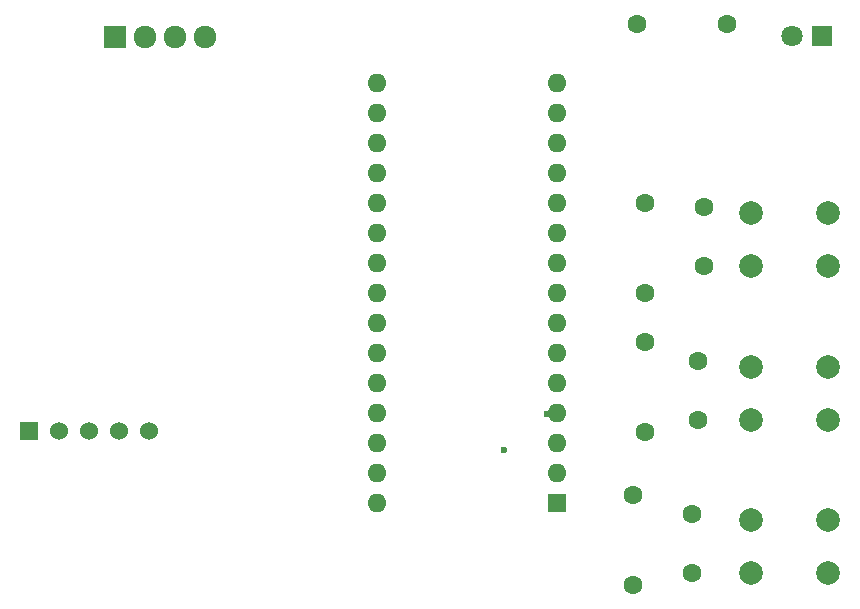
<source format=gbr>
G04 #@! TF.GenerationSoftware,KiCad,Pcbnew,9.0.4*
G04 #@! TF.CreationDate,2025-08-25T12:39:34+03:00*
G04 #@! TF.ProjectId,power supply,706f7765-7220-4737-9570-706c792e6b69,rev?*
G04 #@! TF.SameCoordinates,Original*
G04 #@! TF.FileFunction,Copper,L2,Inr*
G04 #@! TF.FilePolarity,Positive*
%FSLAX46Y46*%
G04 Gerber Fmt 4.6, Leading zero omitted, Abs format (unit mm)*
G04 Created by KiCad (PCBNEW 9.0.4) date 2025-08-25 12:39:34*
%MOMM*%
%LPD*%
G01*
G04 APERTURE LIST*
G04 #@! TA.AperFunction,ComponentPad*
%ADD10C,1.600000*%
G04 #@! TD*
G04 #@! TA.AperFunction,ComponentPad*
%ADD11C,1.800000*%
G04 #@! TD*
G04 #@! TA.AperFunction,ComponentPad*
%ADD12R,1.800000X1.800000*%
G04 #@! TD*
G04 #@! TA.AperFunction,ComponentPad*
%ADD13C,2.000000*%
G04 #@! TD*
G04 #@! TA.AperFunction,ComponentPad*
%ADD14R,1.924000X1.924000*%
G04 #@! TD*
G04 #@! TA.AperFunction,ComponentPad*
%ADD15C,1.924000*%
G04 #@! TD*
G04 #@! TA.AperFunction,ComponentPad*
%ADD16R,1.524000X1.524000*%
G04 #@! TD*
G04 #@! TA.AperFunction,ComponentPad*
%ADD17C,1.524000*%
G04 #@! TD*
G04 #@! TA.AperFunction,ComponentPad*
%ADD18R,1.600000X1.600000*%
G04 #@! TD*
G04 #@! TA.AperFunction,ComponentPad*
%ADD19O,1.600000X1.600000*%
G04 #@! TD*
G04 #@! TA.AperFunction,ViaPad*
%ADD20C,0.600000*%
G04 #@! TD*
G04 APERTURE END LIST*
D10*
X154600000Y-76200000D03*
X146980000Y-76200000D03*
D11*
X160060000Y-77200000D03*
D12*
X162600000Y-77200000D03*
D10*
X152100000Y-109700000D03*
X152100000Y-104700000D03*
D13*
X156600000Y-105200000D03*
X163100000Y-105200000D03*
X156600000Y-109700000D03*
X163100000Y-109700000D03*
D10*
X147600000Y-103080000D03*
X147600000Y-110700000D03*
D13*
X156600000Y-92200000D03*
X163100000Y-92200000D03*
X156600000Y-96700000D03*
X163100000Y-96700000D03*
D10*
X152600000Y-96700000D03*
X152600000Y-91700000D03*
X147600000Y-91390000D03*
X147600000Y-99010000D03*
X151600000Y-117700000D03*
X151600000Y-122700000D03*
X146600000Y-123700000D03*
X146600000Y-116080000D03*
D13*
X163100000Y-122700000D03*
X156600000Y-122700000D03*
X163100000Y-118200000D03*
X156600000Y-118200000D03*
D14*
X102790000Y-77270000D03*
D15*
X105330000Y-77270000D03*
X107870000Y-77270000D03*
X110410000Y-77270000D03*
D16*
X95520000Y-110620000D03*
D17*
X98060000Y-110620000D03*
X100600000Y-110620000D03*
X103140000Y-110620000D03*
X105680000Y-110620000D03*
D18*
X140210000Y-116750000D03*
D19*
X140210000Y-114210000D03*
X140210000Y-111670000D03*
X140210000Y-109130000D03*
X140210000Y-106590000D03*
X140210000Y-104050000D03*
X140210000Y-101510000D03*
X140210000Y-98970000D03*
X140210000Y-96430000D03*
X140210000Y-93890000D03*
X140210000Y-91350000D03*
X140210000Y-88810000D03*
X140210000Y-86270000D03*
X140210000Y-83730000D03*
X140210000Y-81190000D03*
X124970000Y-81190000D03*
X124970000Y-83730000D03*
X124970000Y-86270000D03*
X124970000Y-88810000D03*
X124970000Y-91350000D03*
X124970000Y-93890000D03*
X124970000Y-96430000D03*
X124970000Y-98970000D03*
X124970000Y-101510000D03*
X124970000Y-104050000D03*
X124970000Y-106590000D03*
X124970000Y-109130000D03*
X124970000Y-111670000D03*
X124970000Y-114210000D03*
X124970000Y-116750000D03*
D20*
X139300000Y-109200000D03*
X135700000Y-112300000D03*
M02*

</source>
